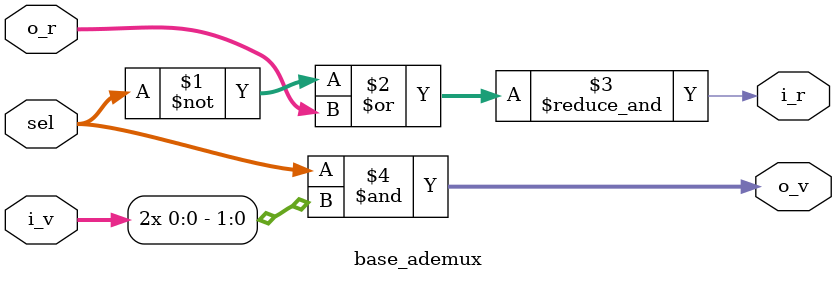
<source format=sv>
/*
 * Copyright 2017 IBM Corporation
 * Licensed to the Apache Software Foundation (ASF) under one
 * or more contributor license agreements.  See the NOTICE file
 * distributed with this work for additional information
 * regarding copyright ownership.  The ASF licenses this file
 * to you under the Apache License, Version 2.0 (the
 * "License"); you may not use this file except in compliance
 * with the License.  You may obtain a copy of the License at
 *
 *     http://www.apache.org/licenses/LICENSE-2.0
 *
 * Unless required by applicable law or agreed to in writing, software
 * distributed under the License is distributed on an "AS IS" BASIS,
 * WITHOUT WARRANTIES OR CONDITIONS OF ANY KIND, either express or implied.
 * See the License for the specific language governing permissions and
 * limitations under the License.
 *
 * Author: Andrew K Martin akmartin@us.ibm.com
 */
 
module base_ademux#
  (
   parameter ways = 2
   )
  (
   input [0:ways-1]   sel,
   input 	      i_v,
   output 	      i_r,
   output [0:ways-1]  o_v,
   input [0:ways-1]   o_r
   );

   assign i_r = &(~sel | o_r);
   assign o_v = sel & {ways{i_v}};
endmodule // base_mux
   
		

</source>
